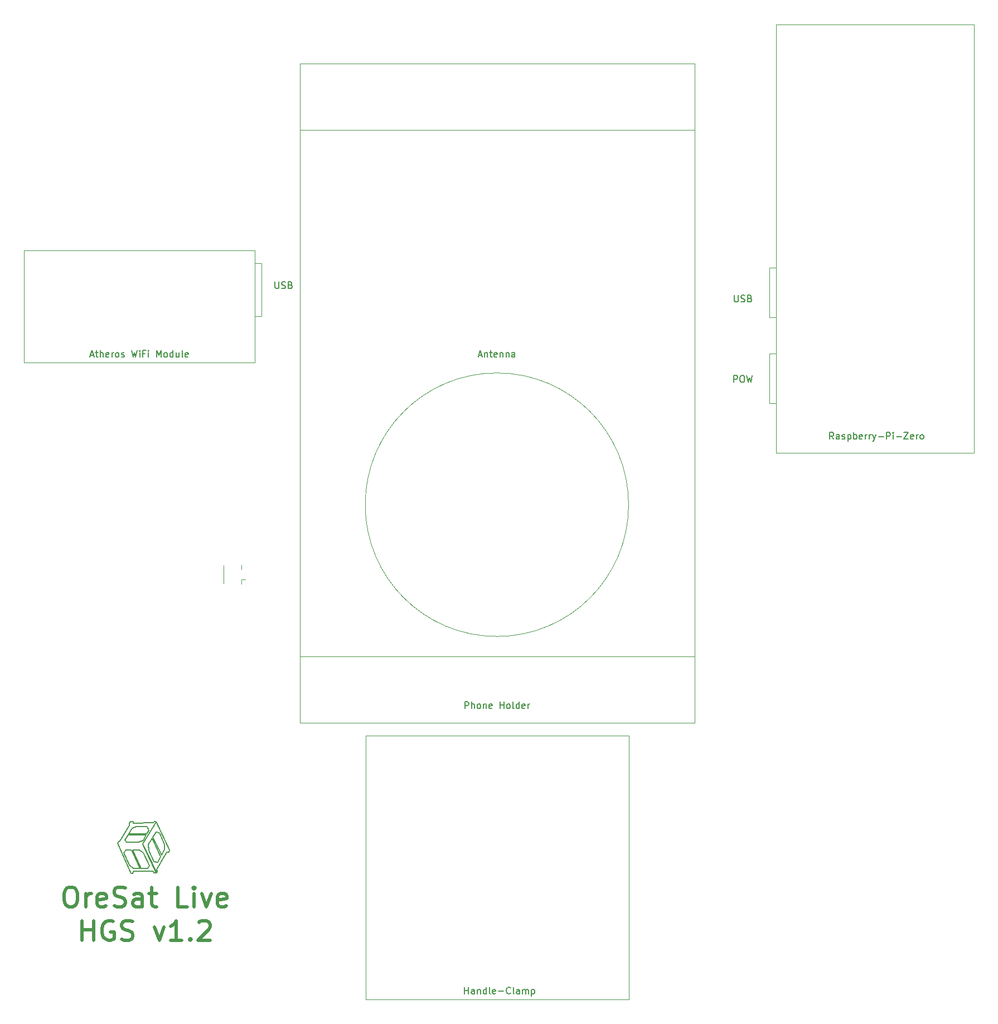
<source format=gbr>
G04 #@! TF.GenerationSoftware,KiCad,Pcbnew,(5.1.2)-1*
G04 #@! TF.CreationDate,2019-05-29T14:42:55-07:00*
G04 #@! TF.ProjectId,backplane,6261636b-706c-4616-9e65-2e6b69636164,v1.1*
G04 #@! TF.SameCoordinates,Original*
G04 #@! TF.FileFunction,Legend,Top*
G04 #@! TF.FilePolarity,Positive*
%FSLAX46Y46*%
G04 Gerber Fmt 4.6, Leading zero omitted, Abs format (unit mm)*
G04 Created by KiCad (PCBNEW (5.1.2)-1) date 2019-05-29 14:42:55*
%MOMM*%
%LPD*%
G04 APERTURE LIST*
%ADD10C,0.200000*%
%ADD11C,0.120000*%
%ADD12C,0.500000*%
%ADD13C,0.150000*%
G04 APERTURE END LIST*
D10*
X45720000Y-161290000D02*
X45604403Y-161074427D01*
X45604403Y-161074427D02*
X42527018Y-161047871D01*
X42480154Y-161361857D02*
X42247398Y-161369668D01*
X42527018Y-161047871D02*
X42561384Y-161146284D01*
X40474387Y-156455225D02*
X40571238Y-156467721D01*
X47608608Y-158148568D02*
X46113655Y-160762001D01*
X41974026Y-154082358D02*
X41988086Y-153790240D01*
X42561384Y-161146284D02*
X42480154Y-161361857D01*
X42247398Y-161369668D02*
X40180707Y-156852005D01*
X46247998Y-161057243D02*
X46140211Y-161271254D01*
X40571238Y-156467721D02*
X41974026Y-154082358D01*
X41988086Y-153790240D02*
X42114617Y-153530930D01*
X46113655Y-160762001D02*
X46247998Y-161057243D01*
X46004307Y-153613719D02*
X43981356Y-156867625D01*
X43981356Y-156953542D02*
X45980875Y-161104106D01*
X46140211Y-161271254D02*
X45720000Y-161290000D01*
X40180707Y-156852005D02*
X40474387Y-156455225D01*
X47975707Y-158131386D02*
X47608608Y-158148568D01*
X46058981Y-161066615D02*
X44045402Y-156892619D01*
X46027738Y-153596537D02*
X46027738Y-153596539D01*
X44667128Y-154286995D02*
X43080010Y-154274498D01*
X46041797Y-155097740D02*
X45562225Y-155855371D01*
X41897482Y-155361739D02*
X44637448Y-155366423D01*
X45562225Y-155855371D02*
X46890031Y-158575030D01*
X44968618Y-154855608D02*
X44667128Y-154286995D01*
X46890031Y-158575030D02*
X47349295Y-157773659D01*
X46526057Y-155239894D02*
X46041797Y-155097740D01*
X41282005Y-156314635D02*
X41586619Y-156662989D01*
X41586619Y-156662989D02*
X43348695Y-156666114D01*
X43348695Y-156666114D02*
X44061024Y-156361499D01*
X44637448Y-155366423D02*
X44968618Y-154855608D01*
X43080010Y-154274498D02*
X43080010Y-154274501D01*
X41780323Y-155536697D02*
X41282005Y-156314635D01*
X42430166Y-154515068D02*
X41897482Y-155361739D01*
X44061024Y-156361499D02*
X44521850Y-155544509D01*
X43080010Y-154274501D02*
X42430166Y-154515068D01*
X47349295Y-157773659D02*
X47339924Y-156941047D01*
X47339924Y-156941047D02*
X46526057Y-155239894D01*
X44521850Y-155544509D02*
X41780323Y-155536697D01*
X45421634Y-156070944D02*
X44893636Y-156997284D01*
X44893636Y-156997284D02*
X44896761Y-157925185D01*
X46274554Y-159679451D02*
X46755689Y-158817158D01*
X46755689Y-158817158D02*
X45421634Y-156070944D01*
X44109450Y-158265730D02*
X43518967Y-157800217D01*
X43518967Y-157800217D02*
X42508272Y-157803341D01*
X41491330Y-157803339D02*
X41147662Y-158215740D01*
X43590825Y-160591729D02*
X42302072Y-157790843D01*
X41147662Y-158215740D02*
X42006831Y-160152774D01*
X42508272Y-157803341D02*
X43789214Y-160596420D01*
X45702817Y-159607593D02*
X46274554Y-159679451D01*
X42302072Y-157790843D02*
X41491330Y-157803339D01*
X42578568Y-160582358D02*
X43590825Y-160591729D01*
X43789214Y-160596420D02*
X44776477Y-160596420D01*
X44776477Y-160596420D02*
X45031103Y-160188705D01*
X45031103Y-160188705D02*
X44109450Y-158265730D01*
X42006831Y-160152774D02*
X42578568Y-160582358D01*
X44896761Y-157925185D02*
X45702817Y-159607593D01*
X42114617Y-153530930D02*
X42544201Y-153530930D01*
X42544201Y-153530930D02*
X42570757Y-153737130D01*
X42570757Y-153737130D02*
X45630959Y-153701201D01*
X45630959Y-153701201D02*
X45710627Y-153530930D01*
X45710627Y-153530930D02*
X46077726Y-153530930D01*
X46077726Y-153530930D02*
X48110050Y-157862700D01*
X48110050Y-157862700D02*
X47975707Y-158131386D01*
D11*
X58985000Y-117400000D02*
X58985000Y-116760000D01*
X58985000Y-114600000D02*
X58985000Y-115240000D01*
X58985000Y-116760000D02*
X59615000Y-116760000D01*
X56265000Y-117350000D02*
X56265000Y-114650000D01*
X62000000Y-76790000D02*
X61000000Y-76790000D01*
X62000000Y-76790000D02*
X62000000Y-68790000D01*
X61000000Y-68790000D02*
X62000000Y-68790000D01*
X26000000Y-66820000D02*
X26000000Y-83820000D01*
X61000000Y-66820000D02*
X26000000Y-66820000D01*
X61000000Y-83820000D02*
X61000000Y-66820000D01*
X26000000Y-83820000D02*
X61000000Y-83820000D01*
X139208000Y-76996000D02*
X139208000Y-69446000D01*
X139208000Y-69446000D02*
X140208000Y-69446000D01*
X140208000Y-76996000D02*
X139208000Y-76996000D01*
X140208000Y-97536000D02*
X170208000Y-97536000D01*
X170208000Y-97536000D02*
X170208000Y-32536000D01*
X170208000Y-32536000D02*
X140208000Y-32536000D01*
X140208000Y-32536000D02*
X140208000Y-97536000D01*
X140208000Y-89996000D02*
X139208000Y-89996000D01*
X139208000Y-89996000D02*
X139208000Y-82446000D01*
X139208000Y-82446000D02*
X140208000Y-82446000D01*
X67860000Y-48480000D02*
X127860000Y-48480000D01*
X67860000Y-128480000D02*
X127860000Y-128480000D01*
X67860000Y-38480000D02*
X67860000Y-138480000D01*
X127860000Y-38480000D02*
X67860000Y-38480000D01*
X127860000Y-138480000D02*
X127860000Y-38480000D01*
X67860000Y-138480000D02*
X127860000Y-138480000D01*
X117790000Y-105410000D02*
G75*
G03X117790000Y-105410000I-20000000J0D01*
G01*
X77860000Y-140480000D02*
X77860000Y-180480000D01*
X117860000Y-140480000D02*
X77860000Y-140480000D01*
X117860000Y-180480000D02*
X117860000Y-140480000D01*
X77860000Y-180480000D02*
X117860000Y-180480000D01*
D12*
X34807142Y-171537142D02*
X34807142Y-168537142D01*
X34807142Y-169965714D02*
X36521428Y-169965714D01*
X36521428Y-171537142D02*
X36521428Y-168537142D01*
X39521428Y-168680000D02*
X39235714Y-168537142D01*
X38807142Y-168537142D01*
X38378571Y-168680000D01*
X38092857Y-168965714D01*
X37950000Y-169251428D01*
X37807142Y-169822857D01*
X37807142Y-170251428D01*
X37950000Y-170822857D01*
X38092857Y-171108571D01*
X38378571Y-171394285D01*
X38807142Y-171537142D01*
X39092857Y-171537142D01*
X39521428Y-171394285D01*
X39664285Y-171251428D01*
X39664285Y-170251428D01*
X39092857Y-170251428D01*
X40807142Y-171394285D02*
X41235714Y-171537142D01*
X41950000Y-171537142D01*
X42235714Y-171394285D01*
X42378571Y-171251428D01*
X42521428Y-170965714D01*
X42521428Y-170680000D01*
X42378571Y-170394285D01*
X42235714Y-170251428D01*
X41950000Y-170108571D01*
X41378571Y-169965714D01*
X41092857Y-169822857D01*
X40950000Y-169680000D01*
X40807142Y-169394285D01*
X40807142Y-169108571D01*
X40950000Y-168822857D01*
X41092857Y-168680000D01*
X41378571Y-168537142D01*
X42092857Y-168537142D01*
X42521428Y-168680000D01*
X45807142Y-169537142D02*
X46521428Y-171537142D01*
X47235714Y-169537142D01*
X49950000Y-171537142D02*
X48235714Y-171537142D01*
X49092857Y-171537142D02*
X49092857Y-168537142D01*
X48807142Y-168965714D01*
X48521428Y-169251428D01*
X48235714Y-169394285D01*
X51235714Y-171251428D02*
X51378571Y-171394285D01*
X51235714Y-171537142D01*
X51092857Y-171394285D01*
X51235714Y-171251428D01*
X51235714Y-171537142D01*
X52521428Y-168822857D02*
X52664285Y-168680000D01*
X52950000Y-168537142D01*
X53664285Y-168537142D01*
X53950000Y-168680000D01*
X54092857Y-168822857D01*
X54235714Y-169108571D01*
X54235714Y-169394285D01*
X54092857Y-169822857D01*
X52378571Y-171537142D01*
X54235714Y-171537142D01*
X32807142Y-163457142D02*
X33378571Y-163457142D01*
X33664285Y-163600000D01*
X33950000Y-163885714D01*
X34092857Y-164457142D01*
X34092857Y-165457142D01*
X33950000Y-166028571D01*
X33664285Y-166314285D01*
X33378571Y-166457142D01*
X32807142Y-166457142D01*
X32521428Y-166314285D01*
X32235714Y-166028571D01*
X32092857Y-165457142D01*
X32092857Y-164457142D01*
X32235714Y-163885714D01*
X32521428Y-163600000D01*
X32807142Y-163457142D01*
X35378571Y-166457142D02*
X35378571Y-164457142D01*
X35378571Y-165028571D02*
X35521428Y-164742857D01*
X35664285Y-164600000D01*
X35950000Y-164457142D01*
X36235714Y-164457142D01*
X38378571Y-166314285D02*
X38092857Y-166457142D01*
X37521428Y-166457142D01*
X37235714Y-166314285D01*
X37092857Y-166028571D01*
X37092857Y-164885714D01*
X37235714Y-164600000D01*
X37521428Y-164457142D01*
X38092857Y-164457142D01*
X38378571Y-164600000D01*
X38521428Y-164885714D01*
X38521428Y-165171428D01*
X37092857Y-165457142D01*
X39664285Y-166314285D02*
X40092857Y-166457142D01*
X40807142Y-166457142D01*
X41092857Y-166314285D01*
X41235714Y-166171428D01*
X41378571Y-165885714D01*
X41378571Y-165600000D01*
X41235714Y-165314285D01*
X41092857Y-165171428D01*
X40807142Y-165028571D01*
X40235714Y-164885714D01*
X39950000Y-164742857D01*
X39807142Y-164600000D01*
X39664285Y-164314285D01*
X39664285Y-164028571D01*
X39807142Y-163742857D01*
X39950000Y-163600000D01*
X40235714Y-163457142D01*
X40950000Y-163457142D01*
X41378571Y-163600000D01*
X43950000Y-166457142D02*
X43950000Y-164885714D01*
X43807142Y-164600000D01*
X43521428Y-164457142D01*
X42950000Y-164457142D01*
X42664285Y-164600000D01*
X43950000Y-166314285D02*
X43664285Y-166457142D01*
X42950000Y-166457142D01*
X42664285Y-166314285D01*
X42521428Y-166028571D01*
X42521428Y-165742857D01*
X42664285Y-165457142D01*
X42950000Y-165314285D01*
X43664285Y-165314285D01*
X43950000Y-165171428D01*
X44950000Y-164457142D02*
X46092857Y-164457142D01*
X45378571Y-163457142D02*
X45378571Y-166028571D01*
X45521428Y-166314285D01*
X45807142Y-166457142D01*
X46092857Y-166457142D01*
X50807142Y-166457142D02*
X49378571Y-166457142D01*
X49378571Y-163457142D01*
X51807142Y-166457142D02*
X51807142Y-164457142D01*
X51807142Y-163457142D02*
X51664285Y-163600000D01*
X51807142Y-163742857D01*
X51950000Y-163600000D01*
X51807142Y-163457142D01*
X51807142Y-163742857D01*
X52950000Y-164457142D02*
X53664285Y-166457142D01*
X54378571Y-164457142D01*
X56664285Y-166314285D02*
X56378571Y-166457142D01*
X55807142Y-166457142D01*
X55521428Y-166314285D01*
X55378571Y-166028571D01*
X55378571Y-164885714D01*
X55521428Y-164600000D01*
X55807142Y-164457142D01*
X56378571Y-164457142D01*
X56664285Y-164600000D01*
X56807142Y-164885714D01*
X56807142Y-165171428D01*
X55378571Y-165457142D01*
D13*
X36071428Y-82716666D02*
X36547619Y-82716666D01*
X35976190Y-83002380D02*
X36309523Y-82002380D01*
X36642857Y-83002380D01*
X36833333Y-82335714D02*
X37214285Y-82335714D01*
X36976190Y-82002380D02*
X36976190Y-82859523D01*
X37023809Y-82954761D01*
X37119047Y-83002380D01*
X37214285Y-83002380D01*
X37547619Y-83002380D02*
X37547619Y-82002380D01*
X37976190Y-83002380D02*
X37976190Y-82478571D01*
X37928571Y-82383333D01*
X37833333Y-82335714D01*
X37690476Y-82335714D01*
X37595238Y-82383333D01*
X37547619Y-82430952D01*
X38833333Y-82954761D02*
X38738095Y-83002380D01*
X38547619Y-83002380D01*
X38452380Y-82954761D01*
X38404761Y-82859523D01*
X38404761Y-82478571D01*
X38452380Y-82383333D01*
X38547619Y-82335714D01*
X38738095Y-82335714D01*
X38833333Y-82383333D01*
X38880952Y-82478571D01*
X38880952Y-82573809D01*
X38404761Y-82669047D01*
X39309523Y-83002380D02*
X39309523Y-82335714D01*
X39309523Y-82526190D02*
X39357142Y-82430952D01*
X39404761Y-82383333D01*
X39500000Y-82335714D01*
X39595238Y-82335714D01*
X40071428Y-83002380D02*
X39976190Y-82954761D01*
X39928571Y-82907142D01*
X39880952Y-82811904D01*
X39880952Y-82526190D01*
X39928571Y-82430952D01*
X39976190Y-82383333D01*
X40071428Y-82335714D01*
X40214285Y-82335714D01*
X40309523Y-82383333D01*
X40357142Y-82430952D01*
X40404761Y-82526190D01*
X40404761Y-82811904D01*
X40357142Y-82907142D01*
X40309523Y-82954761D01*
X40214285Y-83002380D01*
X40071428Y-83002380D01*
X40785714Y-82954761D02*
X40880952Y-83002380D01*
X41071428Y-83002380D01*
X41166666Y-82954761D01*
X41214285Y-82859523D01*
X41214285Y-82811904D01*
X41166666Y-82716666D01*
X41071428Y-82669047D01*
X40928571Y-82669047D01*
X40833333Y-82621428D01*
X40785714Y-82526190D01*
X40785714Y-82478571D01*
X40833333Y-82383333D01*
X40928571Y-82335714D01*
X41071428Y-82335714D01*
X41166666Y-82383333D01*
X42309523Y-82002380D02*
X42547619Y-83002380D01*
X42738095Y-82288095D01*
X42928571Y-83002380D01*
X43166666Y-82002380D01*
X43547619Y-83002380D02*
X43547619Y-82335714D01*
X43547619Y-82002380D02*
X43500000Y-82050000D01*
X43547619Y-82097619D01*
X43595238Y-82050000D01*
X43547619Y-82002380D01*
X43547619Y-82097619D01*
X44357142Y-82478571D02*
X44023809Y-82478571D01*
X44023809Y-83002380D02*
X44023809Y-82002380D01*
X44500000Y-82002380D01*
X44880952Y-83002380D02*
X44880952Y-82335714D01*
X44880952Y-82002380D02*
X44833333Y-82050000D01*
X44880952Y-82097619D01*
X44928571Y-82050000D01*
X44880952Y-82002380D01*
X44880952Y-82097619D01*
X46119047Y-83002380D02*
X46119047Y-82002380D01*
X46452380Y-82716666D01*
X46785714Y-82002380D01*
X46785714Y-83002380D01*
X47404761Y-83002380D02*
X47309523Y-82954761D01*
X47261904Y-82907142D01*
X47214285Y-82811904D01*
X47214285Y-82526190D01*
X47261904Y-82430952D01*
X47309523Y-82383333D01*
X47404761Y-82335714D01*
X47547619Y-82335714D01*
X47642857Y-82383333D01*
X47690476Y-82430952D01*
X47738095Y-82526190D01*
X47738095Y-82811904D01*
X47690476Y-82907142D01*
X47642857Y-82954761D01*
X47547619Y-83002380D01*
X47404761Y-83002380D01*
X48595238Y-83002380D02*
X48595238Y-82002380D01*
X48595238Y-82954761D02*
X48500000Y-83002380D01*
X48309523Y-83002380D01*
X48214285Y-82954761D01*
X48166666Y-82907142D01*
X48119047Y-82811904D01*
X48119047Y-82526190D01*
X48166666Y-82430952D01*
X48214285Y-82383333D01*
X48309523Y-82335714D01*
X48500000Y-82335714D01*
X48595238Y-82383333D01*
X49500000Y-82335714D02*
X49500000Y-83002380D01*
X49071428Y-82335714D02*
X49071428Y-82859523D01*
X49119047Y-82954761D01*
X49214285Y-83002380D01*
X49357142Y-83002380D01*
X49452380Y-82954761D01*
X49500000Y-82907142D01*
X50119047Y-83002380D02*
X50023809Y-82954761D01*
X49976190Y-82859523D01*
X49976190Y-82002380D01*
X50880952Y-82954761D02*
X50785714Y-83002380D01*
X50595238Y-83002380D01*
X50500000Y-82954761D01*
X50452380Y-82859523D01*
X50452380Y-82478571D01*
X50500000Y-82383333D01*
X50595238Y-82335714D01*
X50785714Y-82335714D01*
X50880952Y-82383333D01*
X50928571Y-82478571D01*
X50928571Y-82573809D01*
X50452380Y-82669047D01*
X64108095Y-71588380D02*
X64108095Y-72397904D01*
X64155714Y-72493142D01*
X64203333Y-72540761D01*
X64298571Y-72588380D01*
X64489047Y-72588380D01*
X64584285Y-72540761D01*
X64631904Y-72493142D01*
X64679523Y-72397904D01*
X64679523Y-71588380D01*
X65108095Y-72540761D02*
X65250952Y-72588380D01*
X65489047Y-72588380D01*
X65584285Y-72540761D01*
X65631904Y-72493142D01*
X65679523Y-72397904D01*
X65679523Y-72302666D01*
X65631904Y-72207428D01*
X65584285Y-72159809D01*
X65489047Y-72112190D01*
X65298571Y-72064571D01*
X65203333Y-72016952D01*
X65155714Y-71969333D01*
X65108095Y-71874095D01*
X65108095Y-71778857D01*
X65155714Y-71683619D01*
X65203333Y-71636000D01*
X65298571Y-71588380D01*
X65536666Y-71588380D01*
X65679523Y-71636000D01*
X66441428Y-72064571D02*
X66584285Y-72112190D01*
X66631904Y-72159809D01*
X66679523Y-72255047D01*
X66679523Y-72397904D01*
X66631904Y-72493142D01*
X66584285Y-72540761D01*
X66489047Y-72588380D01*
X66108095Y-72588380D01*
X66108095Y-71588380D01*
X66441428Y-71588380D01*
X66536666Y-71636000D01*
X66584285Y-71683619D01*
X66631904Y-71778857D01*
X66631904Y-71874095D01*
X66584285Y-71969333D01*
X66536666Y-72016952D01*
X66441428Y-72064571D01*
X66108095Y-72064571D01*
X148924190Y-95448380D02*
X148590857Y-94972190D01*
X148352761Y-95448380D02*
X148352761Y-94448380D01*
X148733714Y-94448380D01*
X148828952Y-94496000D01*
X148876571Y-94543619D01*
X148924190Y-94638857D01*
X148924190Y-94781714D01*
X148876571Y-94876952D01*
X148828952Y-94924571D01*
X148733714Y-94972190D01*
X148352761Y-94972190D01*
X149781333Y-95448380D02*
X149781333Y-94924571D01*
X149733714Y-94829333D01*
X149638476Y-94781714D01*
X149448000Y-94781714D01*
X149352761Y-94829333D01*
X149781333Y-95400761D02*
X149686095Y-95448380D01*
X149448000Y-95448380D01*
X149352761Y-95400761D01*
X149305142Y-95305523D01*
X149305142Y-95210285D01*
X149352761Y-95115047D01*
X149448000Y-95067428D01*
X149686095Y-95067428D01*
X149781333Y-95019809D01*
X150209904Y-95400761D02*
X150305142Y-95448380D01*
X150495619Y-95448380D01*
X150590857Y-95400761D01*
X150638476Y-95305523D01*
X150638476Y-95257904D01*
X150590857Y-95162666D01*
X150495619Y-95115047D01*
X150352761Y-95115047D01*
X150257523Y-95067428D01*
X150209904Y-94972190D01*
X150209904Y-94924571D01*
X150257523Y-94829333D01*
X150352761Y-94781714D01*
X150495619Y-94781714D01*
X150590857Y-94829333D01*
X151067047Y-94781714D02*
X151067047Y-95781714D01*
X151067047Y-94829333D02*
X151162285Y-94781714D01*
X151352761Y-94781714D01*
X151448000Y-94829333D01*
X151495619Y-94876952D01*
X151543238Y-94972190D01*
X151543238Y-95257904D01*
X151495619Y-95353142D01*
X151448000Y-95400761D01*
X151352761Y-95448380D01*
X151162285Y-95448380D01*
X151067047Y-95400761D01*
X151971809Y-95448380D02*
X151971809Y-94448380D01*
X151971809Y-94829333D02*
X152067047Y-94781714D01*
X152257523Y-94781714D01*
X152352761Y-94829333D01*
X152400380Y-94876952D01*
X152448000Y-94972190D01*
X152448000Y-95257904D01*
X152400380Y-95353142D01*
X152352761Y-95400761D01*
X152257523Y-95448380D01*
X152067047Y-95448380D01*
X151971809Y-95400761D01*
X153257523Y-95400761D02*
X153162285Y-95448380D01*
X152971809Y-95448380D01*
X152876571Y-95400761D01*
X152828952Y-95305523D01*
X152828952Y-94924571D01*
X152876571Y-94829333D01*
X152971809Y-94781714D01*
X153162285Y-94781714D01*
X153257523Y-94829333D01*
X153305142Y-94924571D01*
X153305142Y-95019809D01*
X152828952Y-95115047D01*
X153733714Y-95448380D02*
X153733714Y-94781714D01*
X153733714Y-94972190D02*
X153781333Y-94876952D01*
X153828952Y-94829333D01*
X153924190Y-94781714D01*
X154019428Y-94781714D01*
X154352761Y-95448380D02*
X154352761Y-94781714D01*
X154352761Y-94972190D02*
X154400380Y-94876952D01*
X154448000Y-94829333D01*
X154543238Y-94781714D01*
X154638476Y-94781714D01*
X154876571Y-94781714D02*
X155114666Y-95448380D01*
X155352761Y-94781714D02*
X155114666Y-95448380D01*
X155019428Y-95686476D01*
X154971809Y-95734095D01*
X154876571Y-95781714D01*
X155733714Y-95067428D02*
X156495619Y-95067428D01*
X156971809Y-95448380D02*
X156971809Y-94448380D01*
X157352761Y-94448380D01*
X157448000Y-94496000D01*
X157495619Y-94543619D01*
X157543238Y-94638857D01*
X157543238Y-94781714D01*
X157495619Y-94876952D01*
X157448000Y-94924571D01*
X157352761Y-94972190D01*
X156971809Y-94972190D01*
X157971809Y-95448380D02*
X157971809Y-94781714D01*
X157971809Y-94448380D02*
X157924190Y-94496000D01*
X157971809Y-94543619D01*
X158019428Y-94496000D01*
X157971809Y-94448380D01*
X157971809Y-94543619D01*
X158448000Y-95067428D02*
X159209904Y-95067428D01*
X159590857Y-94448380D02*
X160257523Y-94448380D01*
X159590857Y-95448380D01*
X160257523Y-95448380D01*
X161019428Y-95400761D02*
X160924190Y-95448380D01*
X160733714Y-95448380D01*
X160638476Y-95400761D01*
X160590857Y-95305523D01*
X160590857Y-94924571D01*
X160638476Y-94829333D01*
X160733714Y-94781714D01*
X160924190Y-94781714D01*
X161019428Y-94829333D01*
X161067047Y-94924571D01*
X161067047Y-95019809D01*
X160590857Y-95115047D01*
X161495619Y-95448380D02*
X161495619Y-94781714D01*
X161495619Y-94972190D02*
X161543238Y-94876952D01*
X161590857Y-94829333D01*
X161686095Y-94781714D01*
X161781333Y-94781714D01*
X162257523Y-95448380D02*
X162162285Y-95400761D01*
X162114666Y-95353142D01*
X162067047Y-95257904D01*
X162067047Y-94972190D01*
X162114666Y-94876952D01*
X162162285Y-94829333D01*
X162257523Y-94781714D01*
X162400380Y-94781714D01*
X162495619Y-94829333D01*
X162543238Y-94876952D01*
X162590857Y-94972190D01*
X162590857Y-95257904D01*
X162543238Y-95353142D01*
X162495619Y-95400761D01*
X162400380Y-95448380D01*
X162257523Y-95448380D01*
X133866095Y-73620380D02*
X133866095Y-74429904D01*
X133913714Y-74525142D01*
X133961333Y-74572761D01*
X134056571Y-74620380D01*
X134247047Y-74620380D01*
X134342285Y-74572761D01*
X134389904Y-74525142D01*
X134437523Y-74429904D01*
X134437523Y-73620380D01*
X134866095Y-74572761D02*
X135008952Y-74620380D01*
X135247047Y-74620380D01*
X135342285Y-74572761D01*
X135389904Y-74525142D01*
X135437523Y-74429904D01*
X135437523Y-74334666D01*
X135389904Y-74239428D01*
X135342285Y-74191809D01*
X135247047Y-74144190D01*
X135056571Y-74096571D01*
X134961333Y-74048952D01*
X134913714Y-74001333D01*
X134866095Y-73906095D01*
X134866095Y-73810857D01*
X134913714Y-73715619D01*
X134961333Y-73668000D01*
X135056571Y-73620380D01*
X135294666Y-73620380D01*
X135437523Y-73668000D01*
X136199428Y-74096571D02*
X136342285Y-74144190D01*
X136389904Y-74191809D01*
X136437523Y-74287047D01*
X136437523Y-74429904D01*
X136389904Y-74525142D01*
X136342285Y-74572761D01*
X136247047Y-74620380D01*
X135866095Y-74620380D01*
X135866095Y-73620380D01*
X136199428Y-73620380D01*
X136294666Y-73668000D01*
X136342285Y-73715619D01*
X136389904Y-73810857D01*
X136389904Y-73906095D01*
X136342285Y-74001333D01*
X136294666Y-74048952D01*
X136199428Y-74096571D01*
X135866095Y-74096571D01*
X133770857Y-86812380D02*
X133770857Y-85812380D01*
X134151809Y-85812380D01*
X134247047Y-85860000D01*
X134294666Y-85907619D01*
X134342285Y-86002857D01*
X134342285Y-86145714D01*
X134294666Y-86240952D01*
X134247047Y-86288571D01*
X134151809Y-86336190D01*
X133770857Y-86336190D01*
X134961333Y-85812380D02*
X135151809Y-85812380D01*
X135247047Y-85860000D01*
X135342285Y-85955238D01*
X135389904Y-86145714D01*
X135389904Y-86479047D01*
X135342285Y-86669523D01*
X135247047Y-86764761D01*
X135151809Y-86812380D01*
X134961333Y-86812380D01*
X134866095Y-86764761D01*
X134770857Y-86669523D01*
X134723238Y-86479047D01*
X134723238Y-86145714D01*
X134770857Y-85955238D01*
X134866095Y-85860000D01*
X134961333Y-85812380D01*
X135723238Y-85812380D02*
X135961333Y-86812380D01*
X136151809Y-86098095D01*
X136342285Y-86812380D01*
X136580380Y-85812380D01*
X92932857Y-136342380D02*
X92932857Y-135342380D01*
X93313809Y-135342380D01*
X93409047Y-135390000D01*
X93456666Y-135437619D01*
X93504285Y-135532857D01*
X93504285Y-135675714D01*
X93456666Y-135770952D01*
X93409047Y-135818571D01*
X93313809Y-135866190D01*
X92932857Y-135866190D01*
X93932857Y-136342380D02*
X93932857Y-135342380D01*
X94361428Y-136342380D02*
X94361428Y-135818571D01*
X94313809Y-135723333D01*
X94218571Y-135675714D01*
X94075714Y-135675714D01*
X93980476Y-135723333D01*
X93932857Y-135770952D01*
X94980476Y-136342380D02*
X94885238Y-136294761D01*
X94837619Y-136247142D01*
X94790000Y-136151904D01*
X94790000Y-135866190D01*
X94837619Y-135770952D01*
X94885238Y-135723333D01*
X94980476Y-135675714D01*
X95123333Y-135675714D01*
X95218571Y-135723333D01*
X95266190Y-135770952D01*
X95313809Y-135866190D01*
X95313809Y-136151904D01*
X95266190Y-136247142D01*
X95218571Y-136294761D01*
X95123333Y-136342380D01*
X94980476Y-136342380D01*
X95742380Y-135675714D02*
X95742380Y-136342380D01*
X95742380Y-135770952D02*
X95790000Y-135723333D01*
X95885238Y-135675714D01*
X96028095Y-135675714D01*
X96123333Y-135723333D01*
X96170952Y-135818571D01*
X96170952Y-136342380D01*
X97028095Y-136294761D02*
X96932857Y-136342380D01*
X96742380Y-136342380D01*
X96647142Y-136294761D01*
X96599523Y-136199523D01*
X96599523Y-135818571D01*
X96647142Y-135723333D01*
X96742380Y-135675714D01*
X96932857Y-135675714D01*
X97028095Y-135723333D01*
X97075714Y-135818571D01*
X97075714Y-135913809D01*
X96599523Y-136009047D01*
X98266190Y-136342380D02*
X98266190Y-135342380D01*
X98266190Y-135818571D02*
X98837619Y-135818571D01*
X98837619Y-136342380D02*
X98837619Y-135342380D01*
X99456666Y-136342380D02*
X99361428Y-136294761D01*
X99313809Y-136247142D01*
X99266190Y-136151904D01*
X99266190Y-135866190D01*
X99313809Y-135770952D01*
X99361428Y-135723333D01*
X99456666Y-135675714D01*
X99599523Y-135675714D01*
X99694761Y-135723333D01*
X99742380Y-135770952D01*
X99790000Y-135866190D01*
X99790000Y-136151904D01*
X99742380Y-136247142D01*
X99694761Y-136294761D01*
X99599523Y-136342380D01*
X99456666Y-136342380D01*
X100361428Y-136342380D02*
X100266190Y-136294761D01*
X100218571Y-136199523D01*
X100218571Y-135342380D01*
X101170952Y-136342380D02*
X101170952Y-135342380D01*
X101170952Y-136294761D02*
X101075714Y-136342380D01*
X100885238Y-136342380D01*
X100790000Y-136294761D01*
X100742380Y-136247142D01*
X100694761Y-136151904D01*
X100694761Y-135866190D01*
X100742380Y-135770952D01*
X100790000Y-135723333D01*
X100885238Y-135675714D01*
X101075714Y-135675714D01*
X101170952Y-135723333D01*
X102028095Y-136294761D02*
X101932857Y-136342380D01*
X101742380Y-136342380D01*
X101647142Y-136294761D01*
X101599523Y-136199523D01*
X101599523Y-135818571D01*
X101647142Y-135723333D01*
X101742380Y-135675714D01*
X101932857Y-135675714D01*
X102028095Y-135723333D01*
X102075714Y-135818571D01*
X102075714Y-135913809D01*
X101599523Y-136009047D01*
X102504285Y-136342380D02*
X102504285Y-135675714D01*
X102504285Y-135866190D02*
X102551904Y-135770952D01*
X102599523Y-135723333D01*
X102694761Y-135675714D01*
X102790000Y-135675714D01*
X95028095Y-82716666D02*
X95504285Y-82716666D01*
X94932857Y-83002380D02*
X95266190Y-82002380D01*
X95599523Y-83002380D01*
X95932857Y-82335714D02*
X95932857Y-83002380D01*
X95932857Y-82430952D02*
X95980476Y-82383333D01*
X96075714Y-82335714D01*
X96218571Y-82335714D01*
X96313809Y-82383333D01*
X96361428Y-82478571D01*
X96361428Y-83002380D01*
X96694761Y-82335714D02*
X97075714Y-82335714D01*
X96837619Y-82002380D02*
X96837619Y-82859523D01*
X96885238Y-82954761D01*
X96980476Y-83002380D01*
X97075714Y-83002380D01*
X97790000Y-82954761D02*
X97694761Y-83002380D01*
X97504285Y-83002380D01*
X97409047Y-82954761D01*
X97361428Y-82859523D01*
X97361428Y-82478571D01*
X97409047Y-82383333D01*
X97504285Y-82335714D01*
X97694761Y-82335714D01*
X97790000Y-82383333D01*
X97837619Y-82478571D01*
X97837619Y-82573809D01*
X97361428Y-82669047D01*
X98266190Y-82335714D02*
X98266190Y-83002380D01*
X98266190Y-82430952D02*
X98313809Y-82383333D01*
X98409047Y-82335714D01*
X98551904Y-82335714D01*
X98647142Y-82383333D01*
X98694761Y-82478571D01*
X98694761Y-83002380D01*
X99170952Y-82335714D02*
X99170952Y-83002380D01*
X99170952Y-82430952D02*
X99218571Y-82383333D01*
X99313809Y-82335714D01*
X99456666Y-82335714D01*
X99551904Y-82383333D01*
X99599523Y-82478571D01*
X99599523Y-83002380D01*
X100504285Y-83002380D02*
X100504285Y-82478571D01*
X100456666Y-82383333D01*
X100361428Y-82335714D01*
X100170952Y-82335714D01*
X100075714Y-82383333D01*
X100504285Y-82954761D02*
X100409047Y-83002380D01*
X100170952Y-83002380D01*
X100075714Y-82954761D01*
X100028095Y-82859523D01*
X100028095Y-82764285D01*
X100075714Y-82669047D01*
X100170952Y-82621428D01*
X100409047Y-82621428D01*
X100504285Y-82573809D01*
X92894285Y-179662380D02*
X92894285Y-178662380D01*
X92894285Y-179138571D02*
X93465714Y-179138571D01*
X93465714Y-179662380D02*
X93465714Y-178662380D01*
X94370476Y-179662380D02*
X94370476Y-179138571D01*
X94322857Y-179043333D01*
X94227619Y-178995714D01*
X94037142Y-178995714D01*
X93941904Y-179043333D01*
X94370476Y-179614761D02*
X94275238Y-179662380D01*
X94037142Y-179662380D01*
X93941904Y-179614761D01*
X93894285Y-179519523D01*
X93894285Y-179424285D01*
X93941904Y-179329047D01*
X94037142Y-179281428D01*
X94275238Y-179281428D01*
X94370476Y-179233809D01*
X94846666Y-178995714D02*
X94846666Y-179662380D01*
X94846666Y-179090952D02*
X94894285Y-179043333D01*
X94989523Y-178995714D01*
X95132380Y-178995714D01*
X95227619Y-179043333D01*
X95275238Y-179138571D01*
X95275238Y-179662380D01*
X96180000Y-179662380D02*
X96180000Y-178662380D01*
X96180000Y-179614761D02*
X96084761Y-179662380D01*
X95894285Y-179662380D01*
X95799047Y-179614761D01*
X95751428Y-179567142D01*
X95703809Y-179471904D01*
X95703809Y-179186190D01*
X95751428Y-179090952D01*
X95799047Y-179043333D01*
X95894285Y-178995714D01*
X96084761Y-178995714D01*
X96180000Y-179043333D01*
X96799047Y-179662380D02*
X96703809Y-179614761D01*
X96656190Y-179519523D01*
X96656190Y-178662380D01*
X97560952Y-179614761D02*
X97465714Y-179662380D01*
X97275238Y-179662380D01*
X97180000Y-179614761D01*
X97132380Y-179519523D01*
X97132380Y-179138571D01*
X97180000Y-179043333D01*
X97275238Y-178995714D01*
X97465714Y-178995714D01*
X97560952Y-179043333D01*
X97608571Y-179138571D01*
X97608571Y-179233809D01*
X97132380Y-179329047D01*
X98037142Y-179281428D02*
X98799047Y-179281428D01*
X99846666Y-179567142D02*
X99799047Y-179614761D01*
X99656190Y-179662380D01*
X99560952Y-179662380D01*
X99418095Y-179614761D01*
X99322857Y-179519523D01*
X99275238Y-179424285D01*
X99227619Y-179233809D01*
X99227619Y-179090952D01*
X99275238Y-178900476D01*
X99322857Y-178805238D01*
X99418095Y-178710000D01*
X99560952Y-178662380D01*
X99656190Y-178662380D01*
X99799047Y-178710000D01*
X99846666Y-178757619D01*
X100418095Y-179662380D02*
X100322857Y-179614761D01*
X100275238Y-179519523D01*
X100275238Y-178662380D01*
X101227619Y-179662380D02*
X101227619Y-179138571D01*
X101180000Y-179043333D01*
X101084761Y-178995714D01*
X100894285Y-178995714D01*
X100799047Y-179043333D01*
X101227619Y-179614761D02*
X101132380Y-179662380D01*
X100894285Y-179662380D01*
X100799047Y-179614761D01*
X100751428Y-179519523D01*
X100751428Y-179424285D01*
X100799047Y-179329047D01*
X100894285Y-179281428D01*
X101132380Y-179281428D01*
X101227619Y-179233809D01*
X101703809Y-179662380D02*
X101703809Y-178995714D01*
X101703809Y-179090952D02*
X101751428Y-179043333D01*
X101846666Y-178995714D01*
X101989523Y-178995714D01*
X102084761Y-179043333D01*
X102132380Y-179138571D01*
X102132380Y-179662380D01*
X102132380Y-179138571D02*
X102180000Y-179043333D01*
X102275238Y-178995714D01*
X102418095Y-178995714D01*
X102513333Y-179043333D01*
X102560952Y-179138571D01*
X102560952Y-179662380D01*
X103037142Y-178995714D02*
X103037142Y-179995714D01*
X103037142Y-179043333D02*
X103132380Y-178995714D01*
X103322857Y-178995714D01*
X103418095Y-179043333D01*
X103465714Y-179090952D01*
X103513333Y-179186190D01*
X103513333Y-179471904D01*
X103465714Y-179567142D01*
X103418095Y-179614761D01*
X103322857Y-179662380D01*
X103132380Y-179662380D01*
X103037142Y-179614761D01*
M02*

</source>
